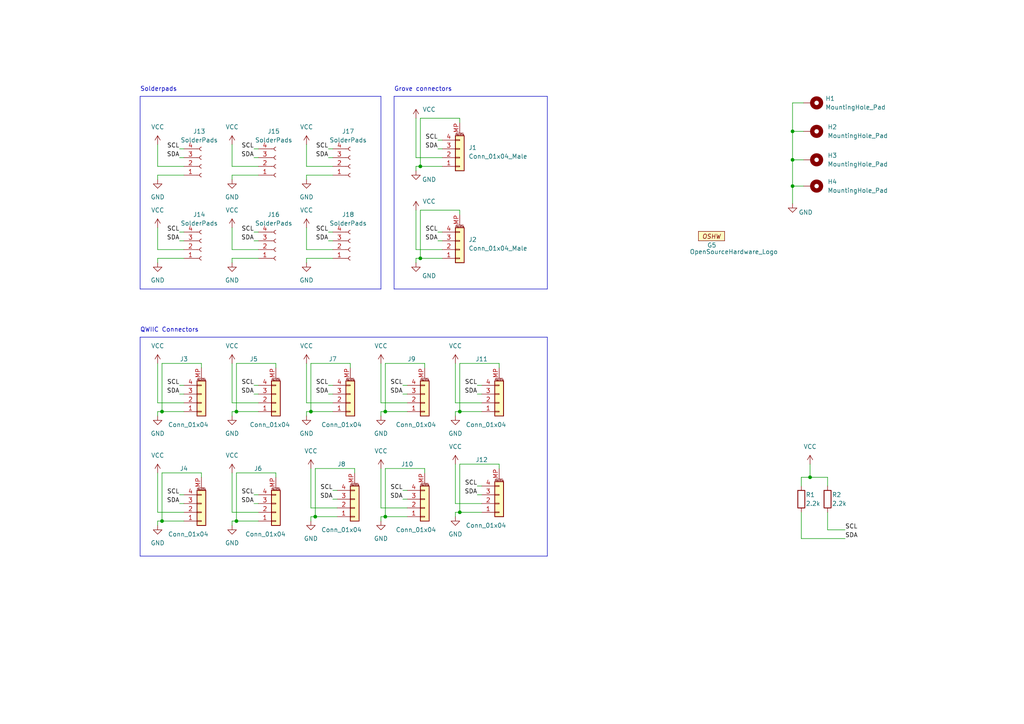
<source format=kicad_sch>
(kicad_sch (version 20230121) (generator eeschema)
  (paper "A4")
  (title_block (title "TRILL-HUB") (date "2022-10-26") (rev "C1") (company "BELA / Augmented Instruments Ltd.") (comment 1 "https://bela.io"))
  (lib_symbols
    (symbol "4ms_Power-symbol:GND" (power) (pin_names (offset 0))
      (property "Value" "GND" (at 0 -3.81 0))
      (symbol "GND_0_1"
        (polyline (pts (xy 0 0) (xy 0 -1.27) (xy 1.27 -1.27) (xy 0 -2.54) (xy -1.27 -1.27) (xy 0 -1.27)))
      )
      (symbol "GND_1_1"
        (pin power_in line (at 0 0 270) (length 0) hide (name "GND") (number "1"))
      )
    )
    (symbol "Connector:Conn_01x04_Female" (pin_names (offset 1.016) hide)
      (property "Reference" "J" (at 0 5.08 0))
      (property "Value" "Conn_01x04_Female" (at 0 -7.62 0))
      (symbol "Conn_01x04_Female_1_1"
        (arc (start 0 -4.572) (mid -0.5058 -5.08) (end 0 -5.588) (stroke (width 0.1524)))
        (arc (start 0 -2.032) (mid -0.5058 -2.54) (end 0 -3.048) (stroke (width 0.1524)))
        (polyline (pts (xy -1.27 -5.08) (xy -0.508 -5.08)) (stroke (width 0.1524)))
        (polyline (pts (xy -1.27 -2.54) (xy -0.508 -2.54)) (stroke (width 0.1524)))
        (polyline (pts (xy -1.27 0) (xy -0.508 0)) (stroke (width 0.1524)))
        (polyline (pts (xy -1.27 2.54) (xy -0.508 2.54)) (stroke (width 0.1524)))
        (arc (start 0 0.508) (mid -0.5058 0) (end 0 -0.508) (stroke (width 0.1524)))
        (arc (start 0 3.048) (mid -0.5058 2.54) (end 0 2.032) (stroke (width 0.1524)))
        (pin passive line (at -5.08 2.54 0) (length 3.81) (name "Pin_1") (number "1"))
        (pin passive line (at -5.08 0 0) (length 3.81) (name "Pin_2") (number "2"))
        (pin passive line (at -5.08 -2.54 0) (length 3.81) (name "Pin_3") (number "3"))
        (pin passive line (at -5.08 -5.08 0) (length 3.81) (name "Pin_4") (number "4"))
      )
    )
    (symbol "Connector_Generic_MountingPin:Conn_01x04_MountingPin" (pin_names (offset 1.016) hide)
      (property "Reference" "J" (at 0 5.08 0))
      (property "Value" "Conn_01x04_MountingPin" (at 1.27 -7.62 0))
      (symbol "Conn_01x04_MountingPin_1_1"
        (rectangle (start -1.27 -4.953) (end 0 -5.207) (stroke (width 0.1524)))
        (rectangle (start -1.27 -2.413) (end 0 -2.667) (stroke (width 0.1524)))
        (rectangle (start -1.27 0.127) (end 0 -0.127) (stroke (width 0.1524)))
        (rectangle (start -1.27 2.667) (end 0 2.413) (stroke (width 0.1524)))
        (rectangle (start -1.27 3.81) (end 1.27 -6.35) (stroke (width 0.254)) (fill (type background)))
        (polyline (pts (xy -1.016 -7.112) (xy 1.016 -7.112)) (stroke (width 0.1524)))
        (text "Mounting" (at 0 -6.731 0) (effects (font (size 0.381 0.381))))
        (pin passive line (at -5.08 2.54 0) (length 3.81) (name "Pin_1") (number "1"))
        (pin passive line (at -5.08 0 0) (length 3.81) (name "Pin_2") (number "2"))
        (pin passive line (at -5.08 -2.54 0) (length 3.81) (name "Pin_3") (number "3"))
        (pin passive line (at -5.08 -5.08 0) (length 3.81) (name "Pin_4") (number "4"))
        (pin passive line (at 0 -10.16 90) (length 3.048) (name "MountPin") (number "MP"))
      )
    )
    (symbol "Device:R" (pin_numbers hide) (pin_names (offset 0))
      (property "Reference" "R" (at 2.032 0 90))
      (property "Value" "R" (at 0 0 90))
      (symbol "R_0_1"
        (rectangle (start -1.016 -2.54) (end 1.016 2.54) (stroke (width 0.254)))
      )
      (symbol "R_1_1"
        (pin passive line (at 0 3.81 270) (length 1.27) (name "~") (number "1"))
        (pin passive line (at 0 -3.81 90) (length 1.27) (name "~") (number "2"))
      )
    )
    (symbol "Mechanical:MountingHole_Pad" (pin_numbers hide) (pin_names (offset 1.016) hide)
      (property "Reference" "H" (at 0 6.35 0))
      (property "Value" "MountingHole_Pad" (at 0 4.445 0))
      (symbol "MountingHole_Pad_0_1"
        (circle (center 0 1.27) (radius 1.27) (stroke (width 1.27)))
      )
      (symbol "MountingHole_Pad_1_1"
        (pin input line (at 0 -2.54 90) (length 2.54) (name "1") (number "1"))
      )
    )
    (symbol "TRILL:OpenSourceHardware_Logo" (pin_numbers hide) (pin_names (offset 0) hide) (in_bom no)
      (property "Reference" "G" (at 0 0 0))
      (property "Value" "OpenSourceHardware_Logo" (at 0.0508 1.9812 0))
      (symbol "OpenSourceHardware_Logo_0_0"
        (text "" (at -8.2804 -10.668 0) (effects (font (size 1.27 1.27))))
        (text "" (at -5.3594 -2.286 0) (effects (font (size 1.27 1.27))))
        (text "OSHW" (at 0 6.35 0) (effects (font (size 1.27 1.27) italic)))
      )
      (symbol "OpenSourceHardware_Logo_0_1"
        (rectangle (start -3.81 7.8232) (end 3.81 5.08) (fill (type background)))
      )
    )
    (symbol "power:VCC" (power) (pin_names (offset 0))
      (property "Value" "VCC" (at 0 3.81 0))
      (symbol "VCC_0_1"
        (polyline (pts (xy -0.762 1.27) (xy 0 2.54)))
        (polyline (pts (xy 0 0) (xy 0 2.54)))
        (polyline (pts (xy 0 2.54) (xy 0.762 1.27)))
      )
      (symbol "VCC_1_1"
        (pin power_in line (at 0 0 90) (length 0) hide (name "VCC") (number "1"))
      )
    )
  )
  (junction (at 91.44 149.86))
  (junction (at 46.99 119.38))
  (junction (at 68.58 151.13))
  (junction (at 229.87 53.975))
  (junction (at 133.35 119.38))
  (junction (at 46.99 151.13))
  (junction (at 68.58 119.38))
  (junction (at 229.87 46.355))
  (junction (at 90.17 119.38))
  (junction (at 111.76 119.38))
  (junction (at 133.35 148.59))
  (junction (at 111.76 149.86))
  (junction (at 234.95 138.43))
  (junction (at 121.92 48.26))
  (junction (at 121.92 74.93))
  (junction (at 229.87 38.1))
  (wire (pts (xy 102.87 137.16) (xy 102.87 135.89)))
  (wire (pts (xy 88.9 50.8) (xy 88.9 52.07)))
  (wire (pts (xy 68.58 105.41) (xy 68.58 119.38)))
  (wire (pts (xy 95.25 69.85) (xy 96.52 69.85)))
  (wire (pts (xy 132.08 148.59) (xy 132.08 149.86)))
  (wire (pts (xy 74.93 119.38) (xy 68.58 119.38)))
  (wire (pts (xy 90.17 119.38) (xy 88.9 119.38)))
  (wire (pts (xy 116.84 144.78) (xy 118.11 144.78)))
  (wire (pts (xy 96.52 48.26) (xy 88.9 48.26)))
  (polyline (pts (xy 158.75 83.82) (xy 158.75 27.94)))
  (wire (pts (xy 88.9 119.38) (xy 88.9 120.65)))
  (wire (pts (xy 138.43 114.3) (xy 139.7 114.3)))
  (wire (pts (xy 110.49 149.86) (xy 110.49 151.13)))
  (wire (pts (xy 45.72 119.38) (xy 45.72 120.65)))
  (wire (pts (xy 74.93 116.84) (xy 67.31 116.84)))
  (wire (pts (xy 53.34 74.93) (xy 45.72 74.93)))
  (wire (pts (xy 73.66 114.3) (xy 74.93 114.3)))
  (wire (pts (xy 111.76 149.86) (xy 110.49 149.86)))
  (wire (pts (xy 120.65 45.72) (xy 120.65 34.29)))
  (polyline (pts (xy 40.64 97.79) (xy 40.64 161.29)))
  (wire (pts (xy 53.34 50.8) (xy 45.72 50.8)))
  (polyline (pts (xy 110.49 83.82) (xy 40.64 83.82)))
  (wire (pts (xy 110.49 147.32) (xy 110.49 135.89)))
  (wire (pts (xy 120.65 72.39) (xy 120.65 60.96)))
  (wire (pts (xy 67.31 74.93) (xy 67.31 76.2)))
  (wire (pts (xy 133.35 119.38) (xy 132.08 119.38)))
  (wire (pts (xy 88.9 74.93) (xy 88.9 76.2)))
  (wire (pts (xy 96.52 50.8) (xy 88.9 50.8)))
  (wire (pts (xy 73.66 67.31) (xy 74.93 67.31)))
  (wire (pts (xy 118.11 149.86) (xy 111.76 149.86)))
  (wire (pts (xy 127 67.31) (xy 128.27 67.31)))
  (polyline (pts (xy 40.64 27.94) (xy 110.49 27.94)))
  (wire (pts (xy 52.07 69.85) (xy 53.34 69.85)))
  (wire (pts (xy 240.03 153.67) (xy 245.11 153.67)))
  (wire (pts (xy 127 40.64) (xy 128.27 40.64)))
  (wire (pts (xy 133.35 148.59) (xy 132.08 148.59)))
  (wire (pts (xy 53.34 48.26) (xy 45.72 48.26)))
  (wire (pts (xy 52.07 143.51) (xy 53.34 143.51)))
  (wire (pts (xy 74.93 148.59) (xy 67.31 148.59)))
  (wire (pts (xy 121.92 60.96) (xy 121.92 74.93)))
  (wire (pts (xy 127 43.18) (xy 128.27 43.18)))
  (wire (pts (xy 121.92 34.29) (xy 121.92 48.26)))
  (polyline (pts (xy 40.64 83.82) (xy 40.64 27.94)))
  (wire (pts (xy 67.31 148.59) (xy 67.31 137.16)))
  (wire (pts (xy 128.27 74.93) (xy 121.92 74.93)))
  (wire (pts (xy 74.93 50.8) (xy 67.31 50.8)))
  (wire (pts (xy 45.72 48.26) (xy 45.72 41.91)))
  (wire (pts (xy 74.93 48.26) (xy 67.31 48.26)))
  (wire (pts (xy 133.35 134.62) (xy 133.35 148.59)))
  (wire (pts (xy 128.27 72.39) (xy 120.65 72.39)))
  (wire (pts (xy 233.045 53.975) (xy 229.87 53.975)))
  (wire (pts (xy 95.25 43.18) (xy 96.52 43.18)))
  (wire (pts (xy 67.31 72.39) (xy 67.31 66.04)))
  (wire (pts (xy 58.42 105.41) (xy 46.99 105.41)))
  (wire (pts (xy 133.35 62.23) (xy 133.35 60.96)))
  (wire (pts (xy 74.93 74.93) (xy 67.31 74.93)))
  (wire (pts (xy 67.31 116.84) (xy 67.31 105.41)))
  (wire (pts (xy 90.17 149.86) (xy 90.17 151.13)))
  (wire (pts (xy 46.99 119.38) (xy 45.72 119.38)))
  (wire (pts (xy 53.34 148.59) (xy 45.72 148.59)))
  (wire (pts (xy 45.72 116.84) (xy 45.72 105.41)))
  (polyline (pts (xy 40.64 97.79) (xy 158.75 97.79)))
  (wire (pts (xy 133.35 60.96) (xy 121.92 60.96)))
  (wire (pts (xy 232.41 138.43) (xy 232.41 140.97)))
  (wire (pts (xy 110.49 116.84) (xy 110.49 105.41)))
  (wire (pts (xy 123.19 137.16) (xy 123.19 135.89)))
  (wire (pts (xy 52.07 67.31) (xy 53.34 67.31)))
  (wire (pts (xy 73.66 146.05) (xy 74.93 146.05)))
  (wire (pts (xy 91.44 135.89) (xy 91.44 149.86)))
  (wire (pts (xy 97.79 149.86) (xy 91.44 149.86)))
  (wire (pts (xy 45.72 74.93) (xy 45.72 76.2)))
  (wire (pts (xy 118.11 119.38) (xy 111.76 119.38)))
  (wire (pts (xy 133.35 34.29) (xy 121.92 34.29)))
  (wire (pts (xy 80.01 106.68) (xy 80.01 105.41)))
  (wire (pts (xy 45.72 72.39) (xy 45.72 66.04)))
  (wire (pts (xy 80.01 105.41) (xy 68.58 105.41)))
  (wire (pts (xy 233.045 38.1) (xy 229.87 38.1)))
  (wire (pts (xy 96.52 142.24) (xy 97.79 142.24)))
  (wire (pts (xy 139.7 148.59) (xy 133.35 148.59)))
  (wire (pts (xy 45.72 50.8) (xy 45.72 52.07)))
  (wire (pts (xy 144.78 134.62) (xy 133.35 134.62)))
  (wire (pts (xy 132.08 146.05) (xy 132.08 134.62)))
  (wire (pts (xy 46.99 137.16) (xy 46.99 151.13)))
  (wire (pts (xy 52.07 111.76) (xy 53.34 111.76)))
  (wire (pts (xy 67.31 119.38) (xy 67.31 120.65)))
  (wire (pts (xy 96.52 74.93) (xy 88.9 74.93)))
  (wire (pts (xy 144.78 106.68) (xy 144.78 105.41)))
  (wire (pts (xy 53.34 151.13) (xy 46.99 151.13)))
  (wire (pts (xy 233.045 29.845) (xy 229.87 29.845)))
  (wire (pts (xy 96.52 144.78) (xy 97.79 144.78)))
  (wire (pts (xy 229.87 53.975) (xy 229.87 59.055)))
  (wire (pts (xy 127 69.85) (xy 128.27 69.85)))
  (wire (pts (xy 139.7 116.84) (xy 132.08 116.84)))
  (wire (pts (xy 120.65 74.93) (xy 120.65 76.2)))
  (wire (pts (xy 229.87 29.845) (xy 229.87 38.1)))
  (wire (pts (xy 95.25 67.31) (xy 96.52 67.31)))
  (wire (pts (xy 123.19 135.89) (xy 111.76 135.89)))
  (wire (pts (xy 46.99 151.13) (xy 45.72 151.13)))
  (wire (pts (xy 45.72 148.59) (xy 45.72 137.16)))
  (wire (pts (xy 118.11 147.32) (xy 110.49 147.32)))
  (wire (pts (xy 88.9 48.26) (xy 88.9 41.91)))
  (wire (pts (xy 52.07 114.3) (xy 53.34 114.3)))
  (wire (pts (xy 232.41 156.21) (xy 245.11 156.21)))
  (wire (pts (xy 88.9 116.84) (xy 88.9 105.41)))
  (wire (pts (xy 67.31 151.13) (xy 67.31 152.4)))
  (wire (pts (xy 121.92 74.93) (xy 120.65 74.93)))
  (wire (pts (xy 234.95 138.43) (xy 240.03 138.43)))
  (wire (pts (xy 74.93 72.39) (xy 67.31 72.39)))
  (wire (pts (xy 123.19 105.41) (xy 111.76 105.41)))
  (wire (pts (xy 240.03 138.43) (xy 240.03 140.97)))
  (wire (pts (xy 120.65 48.26) (xy 120.65 49.53)))
  (wire (pts (xy 128.27 48.26) (xy 121.92 48.26)))
  (wire (pts (xy 128.27 45.72) (xy 120.65 45.72)))
  (wire (pts (xy 52.07 146.05) (xy 53.34 146.05)))
  (wire (pts (xy 116.84 142.24) (xy 118.11 142.24)))
  (wire (pts (xy 234.95 134.62) (xy 234.95 138.43)))
  (wire (pts (xy 58.42 138.43) (xy 58.42 137.16)))
  (wire (pts (xy 68.58 119.38) (xy 67.31 119.38)))
  (wire (pts (xy 111.76 105.41) (xy 111.76 119.38)))
  (wire (pts (xy 138.43 140.97) (xy 139.7 140.97)))
  (wire (pts (xy 96.52 72.39) (xy 88.9 72.39)))
  (wire (pts (xy 116.84 114.3) (xy 118.11 114.3)))
  (wire (pts (xy 88.9 72.39) (xy 88.9 66.04)))
  (wire (pts (xy 110.49 119.38) (xy 110.49 120.65)))
  (wire (pts (xy 80.01 138.43) (xy 80.01 137.16)))
  (wire (pts (xy 58.42 105.41) (xy 58.42 106.68)))
  (wire (pts (xy 53.34 116.84) (xy 45.72 116.84)))
  (wire (pts (xy 95.25 45.72) (xy 96.52 45.72)))
  (wire (pts (xy 95.25 114.3) (xy 96.52 114.3)))
  (wire (pts (xy 102.87 135.89) (xy 91.44 135.89)))
  (wire (pts (xy 111.76 135.89) (xy 111.76 149.86)))
  (wire (pts (xy 101.6 106.68) (xy 101.6 105.41)))
  (wire (pts (xy 229.87 46.355) (xy 229.87 53.975)))
  (wire (pts (xy 118.11 116.84) (xy 110.49 116.84)))
  (wire (pts (xy 73.66 69.85) (xy 74.93 69.85)))
  (wire (pts (xy 53.34 72.39) (xy 45.72 72.39)))
  (wire (pts (xy 67.31 48.26) (xy 67.31 41.91)))
  (wire (pts (xy 138.43 143.51) (xy 139.7 143.51)))
  (wire (pts (xy 52.07 45.72) (xy 53.34 45.72)))
  (wire (pts (xy 90.17 105.41) (xy 90.17 119.38)))
  (wire (pts (xy 52.07 43.18) (xy 53.34 43.18)))
  (polyline (pts (xy 114.3 83.82) (xy 158.75 83.82)))
  (polyline (pts (xy 110.49 27.94) (xy 110.49 83.82)))
  (polyline (pts (xy 114.3 27.94) (xy 158.75 27.94)))
  (wire (pts (xy 132.08 119.38) (xy 132.08 120.65)))
  (polyline (pts (xy 158.75 161.29) (xy 158.75 97.79)))
  (wire (pts (xy 144.78 105.41) (xy 133.35 105.41)))
  (wire (pts (xy 111.76 119.38) (xy 110.49 119.38)))
  (wire (pts (xy 45.72 151.13) (xy 45.72 152.4)))
  (wire (pts (xy 91.44 149.86) (xy 90.17 149.86)))
  (wire (pts (xy 233.045 46.355) (xy 229.87 46.355)))
  (wire (pts (xy 68.58 137.16) (xy 68.58 151.13)))
  (wire (pts (xy 73.66 45.72) (xy 74.93 45.72)))
  (wire (pts (xy 133.35 35.56) (xy 133.35 34.29)))
  (polyline (pts (xy 40.64 161.29) (xy 158.75 161.29)))
  (wire (pts (xy 144.78 135.89) (xy 144.78 134.62)))
  (wire (pts (xy 74.93 151.13) (xy 68.58 151.13)))
  (wire (pts (xy 139.7 146.05) (xy 132.08 146.05)))
  (wire (pts (xy 240.03 148.59) (xy 240.03 153.67)))
  (wire (pts (xy 132.08 116.84) (xy 132.08 105.41)))
  (wire (pts (xy 97.79 147.32) (xy 90.17 147.32)))
  (polyline (pts (xy 114.3 27.94) (xy 114.3 83.82)))
  (wire (pts (xy 95.25 111.76) (xy 96.52 111.76)))
  (wire (pts (xy 73.66 43.18) (xy 74.93 43.18)))
  (wire (pts (xy 123.19 106.68) (xy 123.19 105.41)))
  (wire (pts (xy 68.58 151.13) (xy 67.31 151.13)))
  (wire (pts (xy 96.52 119.38) (xy 90.17 119.38)))
  (wire (pts (xy 90.17 147.32) (xy 90.17 135.89)))
  (wire (pts (xy 101.6 105.41) (xy 90.17 105.41)))
  (wire (pts (xy 73.66 111.76) (xy 74.93 111.76)))
  (wire (pts (xy 53.34 119.38) (xy 46.99 119.38)))
  (wire (pts (xy 96.52 116.84) (xy 88.9 116.84)))
  (wire (pts (xy 229.87 38.1) (xy 229.87 46.355)))
  (wire (pts (xy 121.92 48.26) (xy 120.65 48.26)))
  (wire (pts (xy 133.35 105.41) (xy 133.35 119.38)))
  (wire (pts (xy 116.84 111.76) (xy 118.11 111.76)))
  (wire (pts (xy 80.01 137.16) (xy 68.58 137.16)))
  (wire (pts (xy 58.42 137.16) (xy 46.99 137.16)))
  (wire (pts (xy 73.66 143.51) (xy 74.93 143.51)))
  (wire (pts (xy 232.41 148.59) (xy 232.41 156.21)))
  (wire (pts (xy 139.7 119.38) (xy 133.35 119.38)))
  (wire (pts (xy 138.43 111.76) (xy 139.7 111.76)))
  (wire (pts (xy 46.99 105.41) (xy 46.99 119.38)))
  (wire (pts (xy 232.41 138.43) (xy 234.95 138.43)))
  (wire (pts (xy 67.31 50.8) (xy 67.31 52.07)))
  (text "Solderpads" (at 40.64 26.67 0) (effects (font (size 1.27 1.27)) (justify left bottom)))
  (text "QWIIC Connectors" (at 40.64 96.52 0) (effects (font (size 1.27 1.27)) (justify left bottom)))
  (text "Grove connectors" (at 114.3 26.67 0) (effects (font (size 1.27 1.27)) (justify left bottom)))
  (label "SCL" (at 73.66 111.76 180) (effects (font (size 1.2446 1.2446))))
  (label "SCL" (at 95.25 111.76 180) (effects (font (size 1.2446 1.2446))))
  (label "SDA" (at 95.25 45.72 180) (effects (font (size 1.2446 1.2446))))
  (label "SDA" (at 52.07 146.05 180) (effects (font (size 1.2446 1.2446))))
  (label "SCL" (at 73.66 67.31 180) (effects (font (size 1.2446 1.2446))))
  (label "SCL" (at 138.43 111.76 180) (effects (font (size 1.2446 1.2446))))
  (label "SCL" (at 52.07 67.31 180) (effects (font (size 1.2446 1.2446))))
  (label "SCL" (at 116.84 142.24 180) (effects (font (size 1.2446 1.2446))))
  (label "SCL" (at 127 40.64 180) (effects (font (size 1.2446 1.2446))))
  (label "SCL" (at 116.84 111.76 180) (effects (font (size 1.2446 1.2446))))
  (label "SDA" (at 73.66 45.72 180) (effects (font (size 1.2446 1.2446))))
  (label "SDA" (at 95.25 114.3 180) (effects (font (size 1.2446 1.2446))))
  (label "SDA" (at 73.66 69.85 180) (effects (font (size 1.2446 1.2446))))
  (label "SDA" (at 138.43 143.51 180) (effects (font (size 1.2446 1.2446))))
  (label "SCL" (at 52.07 143.51 180) (effects (font (size 1.2446 1.2446))))
  (label "SDA" (at 52.07 114.3 180) (effects (font (size 1.2446 1.2446))))
  (label "SCL" (at 52.07 43.18 180) (effects (font (size 1.2446 1.2446))))
  (label "SCL" (at 52.07 111.76 180) (effects (font (size 1.2446 1.2446))))
  (label "SCL" (at 96.52 142.24 180) (effects (font (size 1.2446 1.2446))))
  (label "SDA" (at 96.52 144.78 180) (effects (font (size 1.2446 1.2446))))
  (label "SDA" (at 138.43 114.3 180) (effects (font (size 1.2446 1.2446))))
  (label "SCL" (at 95.25 43.18 180) (effects (font (size 1.2446 1.2446))))
  (label "SDA" (at 52.07 69.85 180) (effects (font (size 1.2446 1.2446))))
  (label "SDA" (at 127 43.18 180) (effects (font (size 1.2446 1.2446))))
  (label "SDA" (at 116.84 114.3 180) (effects (font (size 1.2446 1.2446))))
  (label "SDA" (at 73.66 146.05 180) (effects (font (size 1.2446 1.2446))))
  (label "SCL" (at 95.25 67.31 180) (effects (font (size 1.2446 1.2446))))
  (label "SCL" (at 245.11 153.67 0) (effects (font (size 1.2446 1.2446))))
  (label "SDA" (at 116.84 144.78 180) (effects (font (size 1.2446 1.2446))))
  (label "SDA" (at 95.25 69.85 180) (effects (font (size 1.2446 1.2446))))
  (label "SCL" (at 127 67.31 180) (effects (font (size 1.2446 1.2446))))
  (label "SDA" (at 245.11 156.21 0) (effects (font (size 1.2446 1.2446))))
  (label "SDA" (at 73.66 114.3 180) (effects (font (size 1.2446 1.2446))))
  (label "SCL" (at 73.66 43.18 180) (effects (font (size 1.2446 1.2446))))
  (label "SDA" (at 127 69.85 180) (effects (font (size 1.2446 1.2446))))
  (label "SDA" (at 52.07 45.72 180) (effects (font (size 1.2446 1.2446))))
  (label "SCL" (at 73.66 143.51 180) (effects (font (size 1.2446 1.2446))))
  (label "SCL" (at 138.43 140.97 180) (effects (font (size 1.2446 1.2446))))
  (symbol (lib_id "power:VCC") (at 110.49 135.89 0) (unit 1)
    (property "Reference" "#PWR027" (effects hide))
    (property "Value" "VCC" (at 110.49 130.81 0))
  )
  (symbol (lib_id "Connector:Conn_01x04_Female") (at 101.6 72.39 0) (mirror x) (unit 1) (in_bom no)
    (property "Reference" "J18" (at 100.965 62.23 0))
    (property "Value" "SolderPads" (at 100.965 64.77 0))
    (property "Footprint" "TRILL:Connector_1x04_LongPads" (effects hide))
  )
  (symbol (lib_id "4ms_Power-symbol:GND") (at 90.17 151.13 0) (unit 1)
    (property "Reference" "#PWR016" (effects hide))
    (property "Value" "GND" (at 90.17 156.21 0))
  )
  (symbol (lib_id "power:VCC") (at 110.49 105.41 0) (unit 1)
    (property "Reference" "#PWR025" (effects hide))
    (property "Value" "VCC" (at 110.49 100.33 0))
  )
  (symbol (lib_id "4ms_Power-symbol:GND") (at 67.31 52.07 0) (unit 1)
    (property "Reference" "#PWR010" (effects hide))
    (property "Value" "GND" (at 67.31 57.15 0))
  )
  (symbol (lib_id "power:VCC") (at 67.31 66.04 0) (unit 1)
    (property "Reference" "#PWR011" (effects hide))
    (property "Value" "VCC" (at 67.31 60.96 0))
  )
  (symbol (lib_id "4ms_Power-symbol:GND") (at 67.31 120.65 0) (unit 1)
    (property "Reference" "#PWR036" (effects hide))
    (property "Value" "GND" (at 67.31 125.73 0))
  )
  (symbol (lib_id "4ms_Power-symbol:GND") (at 67.31 76.2 0) (unit 1)
    (property "Reference" "#PWR012" (effects hide))
    (property "Value" "GND" (at 67.31 81.28 0))
  )
  (symbol (lib_id "Device:R") (at 240.03 144.78 0) (unit 1)
    (property "Reference" "R2" (at 241.3 143.51 0) (effects (justify left)))
    (property "Value" "2.2k" (at 241.3 146.05 0) (effects (justify left)))
    (property "Footprint" "Resistor_SMD:R_0402_1005Metric" (effects hide))
  )
  (symbol (lib_id "Mechanical:MountingHole_Pad") (at 235.585 46.355 270) (unit 1) (in_bom no)
    (property "Reference" "H3" (at 240.03 45.0849 90) (effects (justify left)))
    (property "Value" "MountingHole_Pad" (at 240.03 47.6249 90) (effects (justify left)))
    (property "Footprint" "MountingHole:MountingHole_3.2mm_M3_ISO14580_Pad" (effects hide))
  )
  (symbol (lib_id "4ms_Power-symbol:GND") (at 88.9 120.65 0) (unit 1)
    (property "Reference" "#PWR014" (effects hide))
    (property "Value" "GND" (at 88.9 125.73 0))
  )
  (symbol (lib_id "power:VCC") (at 234.95 134.62 0) (unit 1)
    (property "Reference" "#PWR037" (effects hide))
    (property "Value" "VCC" (at 234.95 129.54 0))
  )
  (symbol (lib_id "power:VCC") (at 132.08 134.62 0) (unit 1)
    (property "Reference" "#PWR023" (effects hide))
    (property "Value" "VCC" (at 132.08 129.54 0))
  )
  (symbol (lib_id "Connector_Generic_MountingPin:Conn_01x04_MountingPin") (at 102.87 147.32 0) (mirror x) (unit 1)
    (property "Reference" "J8" (at 99.06 134.62 0))
    (property "Value" "Conn_01x04" (at 99.06 153.67 0))
    (property "Footprint" "TRILL:qwiic_vertical_SMD" (effects hide))
  )
  (symbol (lib_id "power:VCC") (at 132.08 105.41 0) (unit 1)
    (property "Reference" "#PWR033" (effects hide))
    (property "Value" "VCC" (at 132.08 100.33 0))
  )
  (symbol (lib_id "power:VCC") (at 120.65 60.96 0) (unit 1)
    (property "Reference" "#PWR031" (effects hide))
    (property "Value" "VCC" (at 124.46 58.42 0))
  )
  (symbol (lib_id "Connector:Conn_01x04_Female") (at 58.42 72.39 0) (mirror x) (unit 1) (in_bom no)
    (property "Reference" "J14" (at 57.785 62.23 0))
    (property "Value" "SolderPads" (at 57.785 64.77 0))
    (property "Footprint" "TRILL:Connector_1x04_LongPads" (effects hide))
  )
  (symbol (lib_id "Connector_Generic_MountingPin:Conn_01x04_MountingPin") (at 123.19 116.84 0) (mirror x) (unit 1)
    (property "Reference" "J9" (at 119.38 104.14 0))
    (property "Value" "Conn_01x04" (at 120.65 123.19 0))
    (property "Footprint" "TRILL:qwiic_vertical_SMD" (effects hide))
  )
  (symbol (lib_id "4ms_Power-symbol:GND") (at 88.9 76.2 0) (unit 1)
    (property "Reference" "#PWR020" (effects hide))
    (property "Value" "GND" (at 88.9 81.28 0))
  )
  (symbol (lib_id "power:VCC") (at 67.31 41.91 0) (unit 1)
    (property "Reference" "#PWR09" (effects hide))
    (property "Value" "VCC" (at 67.31 36.83 0))
  )
  (symbol (lib_id "Connector_Generic_MountingPin:Conn_01x04_MountingPin") (at 144.78 146.05 0) (mirror x) (unit 1)
    (property "Reference" "J12" (at 139.7 133.35 0))
    (property "Value" "Conn_01x04" (at 140.97 152.4 0))
    (property "Footprint" "TRILL:qwiic_vertical_SMD" (effects hide))
  )
  (symbol (lib_id "Connector_Generic_MountingPin:Conn_01x04_MountingPin") (at 133.35 45.72 0) (mirror x) (unit 1)
    (property "Reference" "J1" (at 135.89 42.8243 0) (effects (justify left)))
    (property "Value" "Conn_01x04_Male" (at 135.89 45.3643 0) (effects (justify left)))
    (property "Footprint" "Connector_JST:JST_PH_B4B-PH-SM4-TB_1x04-1MP_P2.00mm_Vertical" (effects hide))
  )
  (symbol (lib_id "Mechanical:MountingHole_Pad") (at 235.585 38.1 270) (unit 1) (in_bom no)
    (property "Reference" "H2" (at 240.03 36.8299 90) (effects (justify left)))
    (property "Value" "MountingHole_Pad" (at 240.03 39.3699 90) (effects (justify left)))
    (property "Footprint" "MountingHole:MountingHole_3.2mm_M3_ISO14580_Pad" (effects hide))
  )
  (symbol (lib_id "Connector_Generic_MountingPin:Conn_01x04_MountingPin") (at 144.78 116.84 0) (mirror x) (unit 1)
    (property "Reference" "J11" (at 139.7 104.14 0))
    (property "Value" "Conn_01x04" (at 140.97 123.19 0))
    (property "Footprint" "TRILL:qwiic_vertical_SMD" (effects hide))
  )
  (symbol (lib_id "Connector:Conn_01x04_Female") (at 80.01 72.39 0) (mirror x) (unit 1) (in_bom no)
    (property "Reference" "J16" (at 79.375 62.23 0))
    (property "Value" "SolderPads" (at 79.375 64.77 0))
    (property "Footprint" "TRILL:Connector_1x04_LongPads" (effects hide))
  )
  (symbol (lib_id "Connector_Generic_MountingPin:Conn_01x04_MountingPin") (at 58.42 116.84 0) (mirror x) (unit 1)
    (property "Reference" "J3" (at 53.34 104.14 0))
    (property "Value" "Conn_01x04" (at 54.61 123.19 0))
    (property "Footprint" "TRILL:qwiic_vertical_SMD" (effects hide))
  )
  (symbol (lib_id "Connector:Conn_01x04_Female") (at 101.6 48.26 0) (mirror x) (unit 1) (in_bom no)
    (property "Reference" "J17" (at 100.965 38.1 0))
    (property "Value" "SolderPads" (at 100.965 40.64 0))
    (property "Footprint" "TRILL:Connector_1x04_LongPads" (effects hide))
  )
  (symbol (lib_id "4ms_Power-symbol:GND") (at 120.65 76.2 0) (unit 1)
    (property "Reference" "#PWR032" (effects hide))
    (property "Value" "GND" (at 124.46 80.01 0))
  )
  (symbol (lib_id "4ms_Power-symbol:GND") (at 120.65 49.53 0) (unit 1)
    (property "Reference" "#PWR030" (effects hide))
    (property "Value" "GND" (at 124.46 52.07 0))
  )
  (symbol (lib_id "4ms_Power-symbol:GND") (at 229.87 59.055 0) (unit 1)
    (property "Reference" "#PWR0101" (effects hide))
    (property "Value" "GND" (at 233.68 61.595 0))
  )
  (symbol (lib_id "Mechanical:MountingHole_Pad") (at 235.585 53.975 270) (unit 1) (in_bom no)
    (property "Reference" "H4" (at 240.03 52.7049 90) (effects (justify left)))
    (property "Value" "MountingHole_Pad" (at 240.03 55.2449 90) (effects (justify left)))
    (property "Footprint" "MountingHole:MountingHole_3.2mm_M3_ISO14580_Pad" (effects hide))
  )
  (symbol (lib_id "Connector_Generic_MountingPin:Conn_01x04_MountingPin") (at 80.01 116.84 0) (mirror x) (unit 1)
    (property "Reference" "J5" (at 72.39 104.14 0) (effects (justify left)))
    (property "Value" "Conn_01x04" (at 72.39 123.19 0) (effects (justify left)))
    (property "Footprint" "TRILL:qwiic_vertical_SMD" (effects hide))
  )
  (symbol (lib_id "Connector_Generic_MountingPin:Conn_01x04_MountingPin") (at 123.19 147.32 0) (mirror x) (unit 1)
    (property "Reference" "J10" (at 118.11 134.62 0))
    (property "Value" "Conn_01x04" (at 120.65 153.67 0))
    (property "Footprint" "TRILL:qwiic_vertical_SMD" (effects hide))
  )
  (symbol (lib_id "power:VCC") (at 45.72 66.04 0) (unit 1)
    (property "Reference" "#PWR03" (effects hide))
    (property "Value" "VCC" (at 45.72 60.96 0))
  )
  (symbol (lib_id "power:VCC") (at 90.17 135.89 0) (unit 1)
    (property "Reference" "#PWR015" (effects hide))
    (property "Value" "VCC" (at 90.17 130.81 0))
  )
  (symbol (lib_id "4ms_Power-symbol:GND") (at 132.08 120.65 0) (unit 1)
    (property "Reference" "#PWR034" (effects hide))
    (property "Value" "GND" (at 132.08 125.73 0))
  )
  (symbol (lib_id "power:VCC") (at 88.9 41.91 0) (unit 1)
    (property "Reference" "#PWR017" (effects hide))
    (property "Value" "VCC" (at 88.9 36.83 0))
  )
  (symbol (lib_id "4ms_Power-symbol:GND") (at 132.08 149.86 0) (unit 1)
    (property "Reference" "#PWR024" (effects hide))
    (property "Value" "GND" (at 132.08 154.94 0))
  )
  (symbol (lib_id "power:VCC") (at 45.72 137.16 0) (unit 1)
    (property "Reference" "#PWR07" (effects hide))
    (property "Value" "VCC" (at 45.72 132.08 0))
  )
  (symbol (lib_id "4ms_Power-symbol:GND") (at 67.31 152.4 0) (unit 1)
    (property "Reference" "#PWR022" (effects hide))
    (property "Value" "GND" (at 67.31 157.48 0))
  )
  (symbol (lib_id "Connector:Conn_01x04_Female") (at 58.42 48.26 0) (mirror x) (unit 1) (in_bom no)
    (property "Reference" "J13" (at 57.785 38.1 0))
    (property "Value" "SolderPads" (at 57.785 40.64 0))
    (property "Footprint" "TRILL:Connector_1x04_LongPads" (effects hide))
  )
  (symbol (lib_id "power:VCC") (at 67.31 105.41 0) (unit 1)
    (property "Reference" "#PWR035" (effects hide))
    (property "Value" "VCC" (at 67.31 100.33 0))
  )
  (symbol (lib_id "Connector:Conn_01x04_Female") (at 80.01 48.26 0) (mirror x) (unit 1) (in_bom no)
    (property "Reference" "J15" (at 79.375 38.1 0))
    (property "Value" "SolderPads" (at 79.375 40.64 0))
    (property "Footprint" "TRILL:Connector_1x04_LongPads" (effects hide))
  )
  (symbol (lib_id "TRILL:OpenSourceHardware_Logo") (at 206.375 74.93 0) (unit 1) (in_bom no)
    (property "Reference" "G5" (at 205.105 71.12 0) (effects (justify left)))
    (property "Value" "OpenSourceHardware_Logo" (at 200.025 73.025 0) (effects (justify left)))
    (property "Footprint" "TRILL:OpenSourceHardware_Logo" (effects hide))
  )
  (symbol (lib_id "Mechanical:MountingHole_Pad") (at 235.585 29.845 270) (unit 1) (in_bom no)
    (property "Reference" "H1" (at 239.395 28.5749 90) (effects (justify left)))
    (property "Value" "MountingHole_Pad" (at 239.395 31.1149 90) (effects (justify left)))
    (property "Footprint" "MountingHole:MountingHole_3.2mm_M3_ISO14580_Pad" (effects hide))
  )
  (symbol (lib_id "power:VCC") (at 88.9 66.04 0) (unit 1)
    (property "Reference" "#PWR019" (effects hide))
    (property "Value" "VCC" (at 88.9 60.96 0))
  )
  (symbol (lib_id "power:VCC") (at 88.9 105.41 0) (unit 1)
    (property "Reference" "#PWR013" (effects hide))
    (property "Value" "VCC" (at 88.9 100.33 0))
  )
  (symbol (lib_id "power:VCC") (at 45.72 105.41 0) (unit 1)
    (property "Reference" "#PWR05" (effects hide))
    (property "Value" "VCC" (at 45.72 100.33 0))
  )
  (symbol (lib_id "4ms_Power-symbol:GND") (at 45.72 52.07 0) (unit 1)
    (property "Reference" "#PWR02" (effects hide))
    (property "Value" "GND" (at 45.72 57.15 0))
  )
  (symbol (lib_id "4ms_Power-symbol:GND") (at 45.72 120.65 0) (unit 1)
    (property "Reference" "#PWR06" (effects hide))
    (property "Value" "GND" (at 45.72 125.73 0))
  )
  (symbol (lib_id "4ms_Power-symbol:GND") (at 110.49 120.65 0) (unit 1)
    (property "Reference" "#PWR026" (effects hide))
    (property "Value" "GND" (at 110.49 125.73 0))
  )
  (symbol (lib_id "Device:R") (at 232.41 144.78 0) (unit 1)
    (property "Reference" "R1" (at 233.68 143.51 0) (effects (justify left)))
    (property "Value" "2.2k" (at 233.68 146.05 0) (effects (justify left)))
    (property "Footprint" "Resistor_SMD:R_0402_1005Metric" (effects hide))
  )
  (symbol (lib_id "Connector_Generic_MountingPin:Conn_01x04_MountingPin") (at 101.6 116.84 0) (mirror x) (unit 1)
    (property "Reference" "J7" (at 96.52 104.14 0))
    (property "Value" "Conn_01x04" (at 99.06 123.19 0))
    (property "Footprint" "TRILL:qwiic_vertical_SMD" (effects hide))
  )
  (symbol (lib_id "power:VCC") (at 67.31 137.16 0) (unit 1)
    (property "Reference" "#PWR021" (effects hide))
    (property "Value" "VCC" (at 67.31 132.08 0))
  )
  (symbol (lib_id "Connector_Generic_MountingPin:Conn_01x04_MountingPin") (at 80.01 148.59 0) (mirror x) (unit 1)
    (property "Reference" "J6" (at 73.66 135.89 0) (effects (justify left)))
    (property "Value" "Conn_01x04" (at 71.12 154.94 0) (effects (justify left)))
    (property "Footprint" "TRILL:qwiic_vertical_SMD" (effects hide))
  )
  (symbol (lib_id "power:VCC") (at 120.65 34.29 0) (unit 1)
    (property "Reference" "#PWR029" (effects hide))
    (property "Value" "VCC" (at 124.46 31.75 0))
  )
  (symbol (lib_id "4ms_Power-symbol:GND") (at 88.9 52.07 0) (unit 1)
    (property "Reference" "#PWR018" (effects hide))
    (property "Value" "GND" (at 88.9 57.15 0))
  )
  (symbol (lib_id "Connector_Generic_MountingPin:Conn_01x04_MountingPin") (at 58.42 148.59 0) (mirror x) (unit 1)
    (property "Reference" "J4" (at 53.34 135.89 0))
    (property "Value" "Conn_01x04" (at 54.61 154.94 0))
    (property "Footprint" "TRILL:qwiic_vertical_SMD" (effects hide))
  )
  (symbol (lib_id "Connector_Generic_MountingPin:Conn_01x04_MountingPin") (at 133.35 72.39 0) (mirror x) (unit 1)
    (property "Reference" "J2" (at 135.89 69.4943 0) (effects (justify left)))
    (property "Value" "Conn_01x04_Male" (at 135.89 72.0343 0) (effects (justify left)))
    (property "Footprint" "Connector_JST:JST_PH_B4B-PH-SM4-TB_1x04-1MP_P2.00mm_Vertical" (effects hide))
  )
  (symbol (lib_id "4ms_Power-symbol:GND") (at 110.49 151.13 0) (unit 1)
    (property "Reference" "#PWR028" (effects hide))
    (property "Value" "GND" (at 110.49 156.21 0))
  )
  (symbol (lib_id "power:VCC") (at 45.72 41.91 0) (unit 1)
    (property "Reference" "#PWR01" (effects hide))
    (property "Value" "VCC" (at 45.72 36.83 0))
  )
  (symbol (lib_id "4ms_Power-symbol:GND") (at 45.72 76.2 0) (unit 1)
    (property "Reference" "#PWR04" (effects hide))
    (property "Value" "GND" (at 45.72 81.28 0))
  )
  (symbol (lib_id "4ms_Power-symbol:GND") (at 45.72 152.4 0) (unit 1)
    (property "Reference" "#PWR08" (effects hide))
    (property "Value" "GND" (at 45.72 157.48 0))
  )
)
</source>
